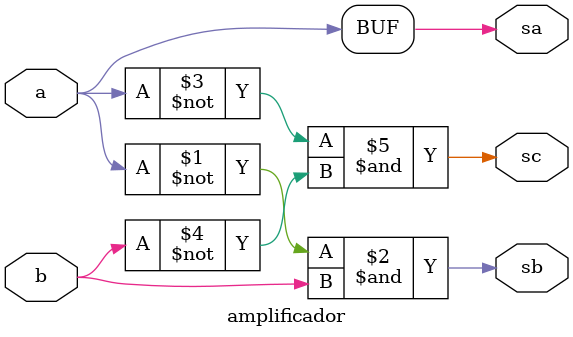
<source format=v>
module amplificador (a, b, sa, sb, sc);

    input a, b;
    output sa, sb, sc;

    assign sa = a;
    assign sb = ~a & b;
    assign sc = ~a & ~b;

endmodule
</source>
